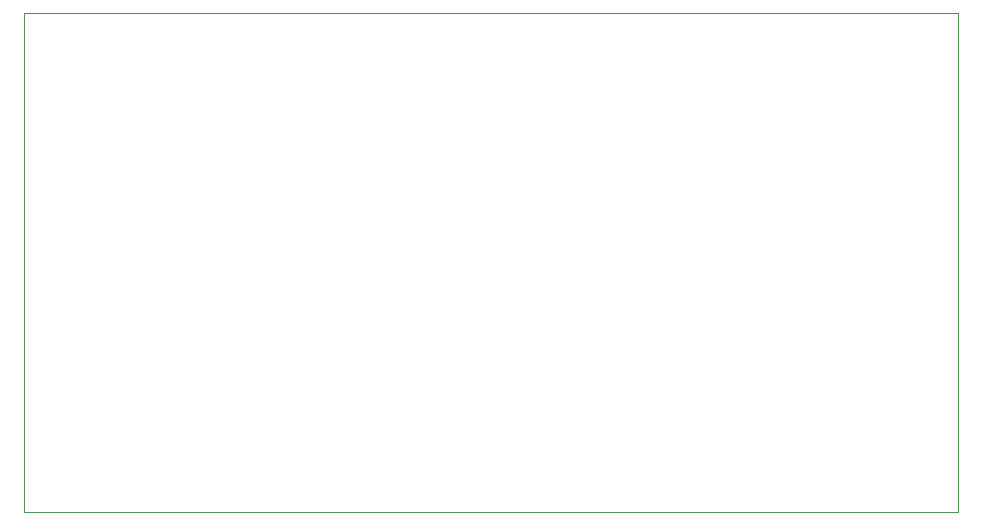
<source format=gbr>
%TF.GenerationSoftware,Altium Limited,Altium Designer,22.11.1 (43)*%
G04 Layer_Color=32896*
%FSLAX45Y45*%
%MOMM*%
%TF.SameCoordinates,CC3570FD-A2D7-4FBA-AFAC-830B96578B4B*%
%TF.FilePolarity,Positive*%
%TF.FileFunction,Other,Bottom_Assembly*%
%TF.Part,Single*%
G01*
G75*
%TA.AperFunction,NonConductor*%
%ADD26C,0.10000*%
D26*
X841250Y3911000D02*
Y8137300D01*
Y3911000D02*
X8747250D01*
Y8137300D01*
X841250D02*
X8747250D01*
%TF.MD5,e4d0840e29027cfb99576c4053e69b63*%
M02*

</source>
